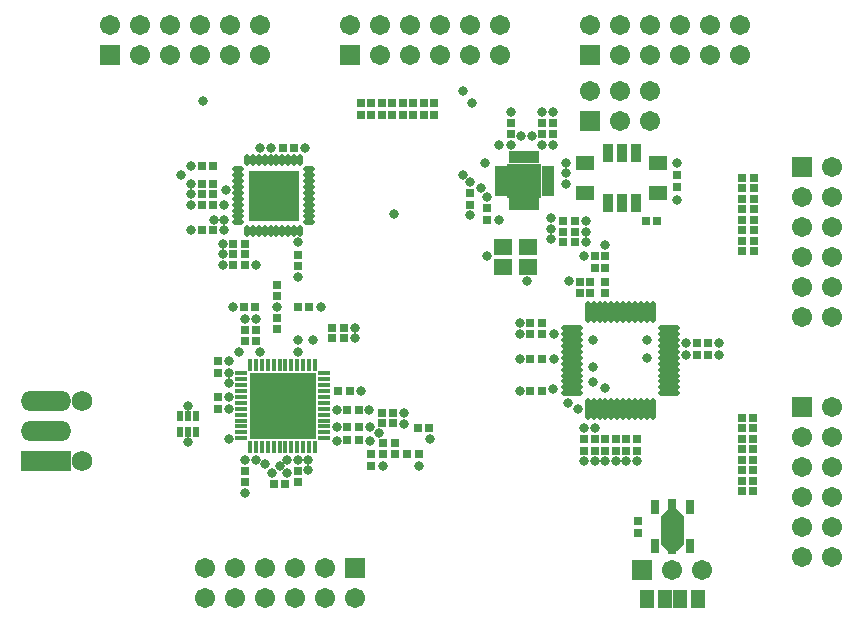
<source format=gts>
%FSTAX23Y23*%
%MOIN*%
%SFA1B1*%

%IPPOS*%
%ADD50R,0.027685X0.031622*%
%ADD51R,0.031622X0.027685*%
%ADD52O,0.019811X0.072960*%
%ADD53O,0.072960X0.019811*%
%ADD54R,0.224535X0.224535*%
%ADD55R,0.017842X0.039496*%
%ADD56R,0.039496X0.017842*%
%ADD57R,0.169417X0.169417*%
%ADD58O,0.017842X0.039496*%
%ADD59O,0.039496X0.017842*%
%ADD60R,0.051307X0.063118*%
%ADD61R,0.063118X0.055244*%
%ADD62R,0.019811X0.039496*%
%ADD63R,0.039496X0.019811*%
%ADD64R,0.114299X0.114299*%
%ADD65R,0.037921X0.058394*%
%ADD66R,0.058394X0.045008*%
%ADD67R,0.031622X0.051307*%
%ADD68R,0.031622X0.039496*%
%ADD69O,0.167842X0.067842*%
%ADD70R,0.167842X0.067842*%
%ADD71R,0.021779X0.035559*%
%ADD72R,0.067055X0.067055*%
%ADD73C,0.067055*%
%ADD74R,0.067055X0.067055*%
%ADD75C,0.031622*%
%ADD76C,0.068000*%
%ADD77C,0.027685*%
%LNpcb_sherpa_mk_ii-1*%
%LPD*%
G36*
X03781Y06282D02*
X03782Y06282D01*
X03782Y06282*
X03783Y06282*
X03783Y06281*
X03784Y06281*
X03807Y06257*
X03808Y06257*
X03808Y06257*
X03808Y06256*
X03808Y06256*
X03808Y06255*
X03809Y06255*
Y06168*
X03808Y06167*
X03808Y06167*
X03808Y06166*
X03808Y06166*
X03808Y06165*
X03807Y06165*
X03784Y06141*
X03783Y06141*
X03783Y06141*
X03782Y06141*
X03782Y0614*
X03781Y0614*
X03781Y0614*
X03757*
X03757Y0614*
X03756Y0614*
X03756Y06141*
X03755Y06141*
X03755Y06141*
X03754Y06141*
X03731Y06165*
X0373Y06165*
X0373Y06166*
X0373Y06166*
X0373Y06167*
X0373Y06167*
X0373Y06168*
Y06255*
X0373Y06255*
X0373Y06256*
X0373Y06256*
X0373Y06257*
X0373Y06257*
X03731Y06257*
X03754Y06281*
X03755Y06281*
X03755Y06282*
X03756Y06282*
X03756Y06282*
X03757Y06282*
X03757Y06282*
X03781*
X03781Y06282*
G37*
G54D50*
X0351Y07085D03*
Y07124D03*
X03545D03*
Y07085D03*
X02975Y07595D03*
Y07634D03*
X02765Y07595D03*
Y07634D03*
X03495Y07D03*
Y07039D03*
X02835Y07595D03*
Y07634D03*
X0273Y07595D03*
Y07634D03*
X0245Y06919D03*
Y0688D03*
X028Y07595D03*
Y07634D03*
X0245Y0699D03*
Y07029D03*
X0287Y07595D03*
Y07634D03*
X0238Y06879D03*
Y0684D03*
X02255Y06654D03*
Y06615D03*
Y06774D03*
Y06735D03*
X0252Y0637D03*
Y06409D03*
X02345Y0637D03*
Y06409D03*
X02905Y07595D03*
Y07634D03*
X0294Y07595D03*
Y07634D03*
X0252Y0709D03*
Y07129D03*
X02765Y06464D03*
Y06425D03*
X02345Y0684D03*
Y06879D03*
X03545Y06475D03*
Y06514D03*
X0358Y06475D03*
Y06514D03*
X03615Y06475D03*
Y06514D03*
X0315Y07245D03*
Y07284D03*
X03095Y07295D03*
Y07334D03*
X0323Y07569D03*
Y0753D03*
X0365Y06475D03*
Y06514D03*
X03545Y07039D03*
Y07D03*
X0346D03*
Y07039D03*
X03475Y06475D03*
Y06514D03*
X0351Y06475D03*
Y06514D03*
X03335Y07569D03*
Y0753D03*
X0337Y07569D03*
Y0753D03*
X03785Y07355D03*
Y07394D03*
X03654Y06202D03*
Y06242D03*
G54D51*
X022Y07425D03*
X02239D03*
X04Y07385D03*
X0404D03*
X04Y0735D03*
X0404D03*
X02559Y06955D03*
X0252D03*
X022Y07365D03*
X02239D03*
X022Y0733D03*
X02239D03*
X02344Y07165D03*
X02305D03*
Y0713D03*
X02344D03*
X0234Y06955D03*
X02379D03*
X02674Y0685D03*
X02635D03*
X02724Y0661D03*
X02685D03*
X02674Y06885D03*
X02635D03*
X02724Y06555D03*
X02685D03*
X02724Y0651D03*
X02685D03*
X02479Y06365D03*
X0244D03*
X022Y0721D03*
X02239D03*
X022Y07295D03*
X02239D03*
X02509Y07485D03*
X0247D03*
X02305Y07095D03*
X02344D03*
X03334Y069D03*
X03295D03*
X04Y0728D03*
X0404D03*
X02655Y06675D03*
X02694D03*
X04Y07245D03*
X0404D03*
X04Y0721D03*
X0404D03*
X04Y07315D03*
X0404D03*
X02844Y065D03*
X02805D03*
X04Y07175D03*
X0404D03*
X02805Y06465D03*
X02844D03*
X0292Y0655D03*
X02959D03*
X04Y0714D03*
X0404D03*
X04Y06585D03*
X04039D03*
X02885Y06465D03*
X02924D03*
X04Y0655D03*
X04039D03*
X04Y06515D03*
X04039D03*
X04Y0648D03*
X04039D03*
X04Y06445D03*
X04039D03*
X04Y0641D03*
X04039D03*
X04Y06375D03*
X04039D03*
X04Y0634D03*
X04039D03*
X03889Y06835D03*
X0385D03*
X03889Y06795D03*
X0385D03*
X03295Y0678D03*
X03334D03*
X03295Y06675D03*
X03334D03*
X03295Y06865D03*
X03334D03*
X028Y06567D03*
X02839D03*
Y06602D03*
X028D03*
X03405Y0724D03*
X03444D03*
X03405Y07205D03*
X03444D03*
X03405Y0717D03*
X03444D03*
X03719Y0724D03*
X0368D03*
G54D52*
X03486Y06936D03*
X03506D03*
X03526D03*
X03545D03*
X03565D03*
X03585D03*
X03604D03*
X03624D03*
X03644D03*
X03663D03*
X03683D03*
X03703D03*
Y06613D03*
X03683D03*
X03663D03*
X03644D03*
X03624D03*
X03604D03*
X03585D03*
X03565D03*
X03545D03*
X03526D03*
X03506D03*
X03486D03*
G54D53*
X03756Y06883D03*
Y06863D03*
Y06843D03*
Y06824D03*
Y06804D03*
Y06784D03*
Y06765D03*
Y06745D03*
Y06725D03*
Y06706D03*
Y06686D03*
Y06666D03*
X03433D03*
Y06686D03*
Y06706D03*
Y06725D03*
Y06745D03*
Y06765D03*
Y06784D03*
Y06804D03*
Y06824D03*
Y06843D03*
Y06863D03*
Y06883D03*
G54D54*
X0247Y06625D03*
G54D55*
X02361Y06762D03*
X02381D03*
X02401D03*
X0242D03*
X0244D03*
X0246D03*
X02479D03*
X02499D03*
X02519D03*
X02538D03*
X02558D03*
X02578D03*
Y06487D03*
X02558D03*
X02538D03*
X02519D03*
X02499D03*
X02479D03*
X0246D03*
X0244D03*
X0242D03*
X02401D03*
X02381D03*
X02361D03*
G54D56*
X02607Y06733D03*
Y06713D03*
Y06693D03*
Y06674D03*
Y06654D03*
Y06634D03*
Y06615D03*
Y06595D03*
Y06575D03*
Y06556D03*
Y06536D03*
Y06516D03*
X02332D03*
Y06536D03*
Y06556D03*
Y06575D03*
Y06595D03*
Y06615D03*
Y06634D03*
Y06654D03*
Y06674D03*
Y06693D03*
Y06713D03*
Y06733D03*
G54D57*
X0244Y07325D03*
G54D58*
X02528Y07206D03*
X02508D03*
X02489D03*
X02469D03*
X02449D03*
X0243D03*
X0241D03*
X0239D03*
X02371D03*
X02351D03*
Y07443D03*
X02371D03*
X0239D03*
X0241D03*
X0243D03*
X02449D03*
X02469D03*
X02489D03*
X02508D03*
X02528D03*
G54D59*
X02321Y07236D03*
Y07256D03*
Y07275D03*
Y07295D03*
Y07315D03*
Y07334D03*
Y07354D03*
Y07374D03*
Y07393D03*
Y07413D03*
X02558D03*
Y07393D03*
Y07374D03*
Y07354D03*
Y07334D03*
Y07315D03*
Y07295D03*
Y07275D03*
Y07256D03*
Y07236D03*
G54D60*
X03795Y05982D03*
X03854D03*
X03744D03*
X03685D03*
G54D61*
X03203Y07086D03*
X03286D03*
Y07153D03*
X03203D03*
G54D62*
X03235Y07296D03*
X03255D03*
X03275D03*
X03294D03*
X03314D03*
Y07453D03*
X03294D03*
X03275D03*
X03255D03*
X03235D03*
G54D63*
X03353Y07335D03*
Y07355D03*
Y07375D03*
Y07394D03*
Y07414D03*
X03196D03*
Y07394D03*
Y07375D03*
Y07355D03*
Y07335D03*
G54D64*
X03275Y07375D03*
G54D65*
X03646Y07467D03*
X036D03*
X03553D03*
Y07302D03*
X036D03*
X03646D03*
G54D66*
X03477Y07435D03*
Y07335D03*
X03722D03*
Y07435D03*
G54D67*
X03828Y06288D03*
X0371D03*
X03828Y06156D03*
X0371D03*
G54D68*
X03769Y06294D03*
Y0615D03*
G54D69*
X0168Y0664D03*
Y0654D03*
G54D70*
X0168Y0644D03*
G54D71*
X02129Y0659D03*
X02155D03*
X0218D03*
Y06539D03*
X02155D03*
X02129D03*
G54D72*
X03495Y07575D03*
X0271Y06085D03*
X01895Y07795D03*
X02695D03*
X03495D03*
X03669Y06077D03*
G54D73*
X03495Y07675D03*
X03595Y07575D03*
Y07675D03*
X03695Y07575D03*
Y07675D03*
X0261Y06085D03*
X0251D03*
X0241D03*
X0231D03*
X0221D03*
X0271Y05985D03*
X0261D03*
X0251D03*
X0241D03*
X0231D03*
X0221D03*
X01995Y07795D03*
X02095D03*
X02195D03*
X02295D03*
X02395D03*
X01895Y07895D03*
X01995D03*
X02095D03*
X02195D03*
X02295D03*
X02395D03*
X02795Y07795D03*
X02895D03*
X02995D03*
X03095D03*
X03195D03*
X02695Y07895D03*
X02795D03*
X02895D03*
X02995D03*
X03095D03*
X03195D03*
X03595Y07795D03*
X03695D03*
X03795D03*
X03895D03*
X03995D03*
X03495Y07895D03*
X03595D03*
X03695D03*
X03795D03*
X03895D03*
X03995D03*
X03769Y06077D03*
X03869D03*
X042Y0732D03*
Y0722D03*
Y0712D03*
Y0702D03*
Y0692D03*
X043Y0742D03*
Y0732D03*
Y0722D03*
Y0712D03*
Y0702D03*
Y0692D03*
X042Y0652D03*
Y0642D03*
Y0632D03*
Y0622D03*
Y0612D03*
X043Y0662D03*
Y0652D03*
Y0642D03*
Y0632D03*
Y0622D03*
Y0612D03*
G54D74*
X042Y0742D03*
Y0662D03*
G54D75*
X03475Y07125D03*
X03545Y0716D03*
X02165Y07425D03*
X02155Y06505D03*
Y06625D03*
X0315Y07125D03*
X03285Y0704D03*
X03375Y0678D03*
X0326D03*
X03505Y06755D03*
X0252Y06805D03*
Y06845D03*
Y0717D03*
X0257Y06845D03*
X0252Y07055D03*
X0271Y06885D03*
Y0685D03*
X0265Y0661D03*
Y06555D03*
X02759Y0661D03*
X0276Y06555D03*
X0279Y06535D03*
X0276Y06507D03*
X0265D03*
X03505Y06705D03*
X03545Y06685D03*
X03685Y06785D03*
Y06845D03*
X03505D03*
X03455Y06615D03*
X0252Y06445D03*
X02555Y0641D03*
X02345Y06445D03*
Y06335D03*
X0229Y06615D03*
Y06735D03*
Y067D03*
Y06775D03*
Y06655D03*
X03925Y06835D03*
Y06795D03*
X03815Y06835D03*
Y06795D03*
X0326Y06865D03*
X0337Y0668D03*
X0326Y06675D03*
X03475Y0655D03*
X0351D03*
X03475Y0644D03*
X0351D03*
X02875Y066D03*
X03415Y07435D03*
X03785D03*
X03365Y0718D03*
Y07215D03*
X0348Y0724D03*
Y07205D03*
Y0717D03*
X0315Y0732D03*
X03095Y0737D03*
X0319Y07245D03*
X03095Y0726D03*
X02275Y0721D03*
Y07295D03*
X0243Y07485D03*
X0238Y07095D03*
X03785Y0731D03*
X0227Y07095D03*
X02545Y07485D03*
X02395D03*
X02275Y07245D03*
X02165Y0721D03*
X02165Y07295D03*
X02485Y064D03*
X02435D03*
X02395Y06805D03*
X0238Y06915D03*
X0296Y06515D03*
X0342Y06635D03*
X02805Y06425D03*
X02925D03*
X03425Y0704D03*
X0238Y06445D03*
X02555D03*
X0246Y06425D03*
X02485Y06445D03*
X02345Y06915D03*
X02325Y06805D03*
X0227Y07165D03*
Y0713D03*
X0245Y06955D03*
X02305D03*
X02597D03*
X0228Y07345D03*
X02165Y0733D03*
X0213Y07395D03*
X02165Y07365D03*
X03545Y0644D03*
X0326Y069D03*
X03415Y074D03*
X0229Y06515D03*
X0241Y0643D03*
X03365Y0725D03*
X0224Y07245D03*
X02875Y06565D03*
X03415Y07365D03*
X0313Y0735D03*
X0307Y07395D03*
X0358Y0644D03*
X03615D03*
X0365D03*
X0273Y06675D03*
X0284Y07265D03*
X02205Y0764D03*
X03375Y06865D03*
X03145Y07435D03*
X0337Y07495D03*
X03335D03*
X0337Y07605D03*
X03335D03*
X033Y07525D03*
X03265D03*
X0323Y07605D03*
X0319Y07495D03*
X0323D03*
X031Y07635D03*
X03071Y07675D03*
G54D76*
X018Y0644D03*
Y0664D03*
G54D77*
X02375Y07389D03*
X02418D03*
X02461D03*
X02504D03*
X02375Y07346D03*
X02418D03*
X02461D03*
X02504D03*
X02375Y07303D03*
X02418D03*
X02461D03*
X02504D03*
X02375Y0726D03*
X02418D03*
X02461D03*
X02504D03*
X03253Y07353D03*
Y07396D03*
X03296Y07353D03*
Y07396D03*
M02*
</source>
